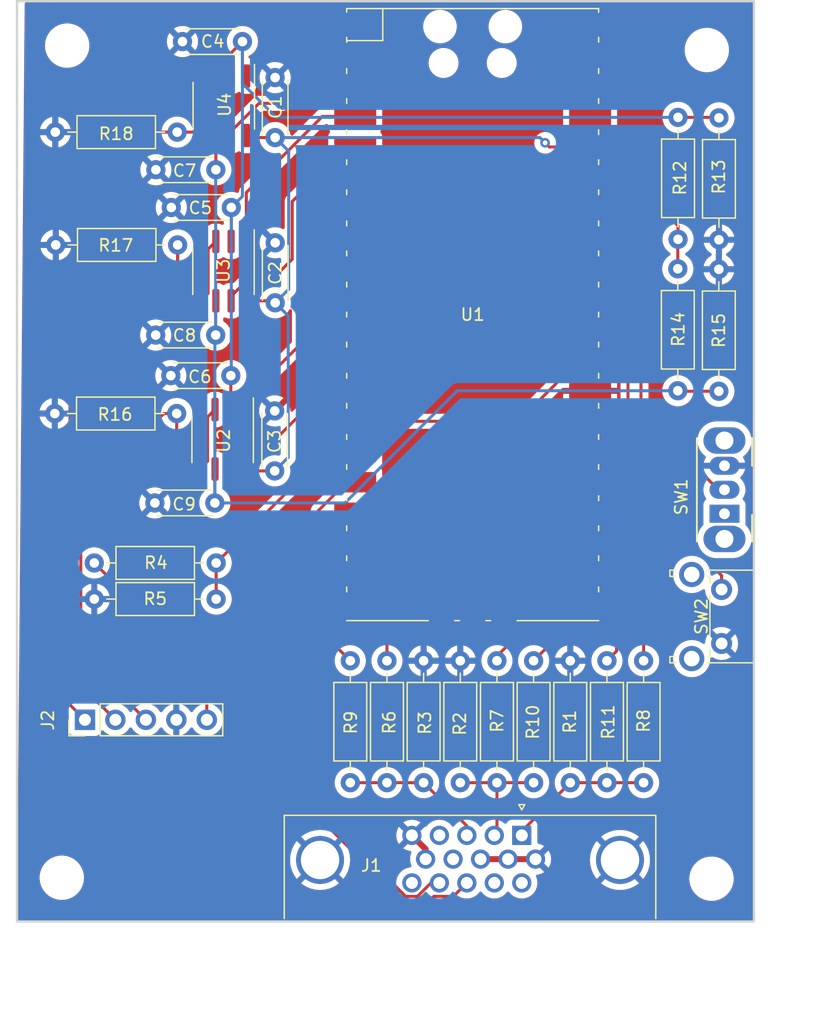
<source format=kicad_pcb>
(kicad_pcb (version 20221018) (generator pcbnew)
  (layers (0 "F.Cu" signal) (31 "B.Cu" signal) (34 "B.Paste" user) (35 "F.Paste" user) (36 "B.SilkS" user "B.Silkscreen") (37 "F.SilkS" user "F.Silkscreen") (38 "B.Mask" user) (39 "F.Mask" user) (44 "Edge.Cuts" user))
  (net 0 "")
  (net 1 "+3.3V")
  (net 2 "GND")
  (net 3 "200mV")
  (net 4 "430mV")
  (net 5 "/Connectors/VGA_R")
  (net 6 "/Connectors/VGA_G")
  (net 7 "/Connectors/VGA_B")
  (net 12 "/Connectors/VGA_HSYNC")
  (net 13 "/Connectors/VGA_VSYNC")
  (net 15 "/Comparators/CPC_R")
  (net 16 "/Comparators/CPC_G")
  (net 17 "/Comparators/CPC_B")
  (net 18 "/Connectors/CPC_CSYNC")
  (net 19 "CSYNC")
  (net 21 "Net-(SW1-B)")
  (net 22 "Net-(SW2-A)")
  (net 23 "/Comparators/B0")
  (net 24 "/Comparators/B1")
  (net 25 "/Comparators/G0")
  (net 26 "/Comparators/G1")
  (net 27 "/Comparators/R0")
  (net 28 "/Comparators/R1")
  (net 29 "INT_VSYNC")
  (net 39 "Net-(U1-GPIO15)")
  (net 40 "Net-(U1-GPIO17)")
  (net 41 "Net-(U1-GPIO19)")
  (net 42 "Net-(U1-GPIO14)")
  (net 43 "Net-(U1-GPIO16)")
  (net 44 "Net-(U1-GPIO18)")
  (footprint "Resistor_THT:R_Axial_DIN0207_L6.3mm_D2.5mm_P10.16mm_Horizontal" (layer "F.Cu") (at 110.345 106.44 -90)
    (fp_text reference "R7" (at 5.01 -0.015 90) (layer "F.SilkS"))
    (fp_text value "220")
    (pad "1" thru_hole circle (at 0 0 270) (size 1.6 1.6) (drill 0.8) (layers "*.Cu" "*.Mask") (net 40 "Net-(U1-GPIO17)"))
    (pad "2" thru_hole oval (at 10.16 0 270) (size 1.6 1.6) (drill 0.8) (layers "*.Cu" "*.Mask") (net 6 "/Connectors/VGA_G"))
  )
  (footprint "Resistor_THT:R_Axial_DIN0207_L6.3mm_D2.5mm_P10.16mm_Horizontal" (layer "F.Cu") (at 122.57 106.44 -90)
    (fp_text reference "R8" (at 5.01 0 90) (layer "F.SilkS"))
    (fp_text value "220")
    (pad "1" thru_hole circle (at 0 0 270) (size 1.6 1.6) (drill 0.8) (layers "*.Cu" "*.Mask") (net 41 "Net-(U1-GPIO19)"))
    (pad "2" thru_hole oval (at 10.16 0 270) (size 1.6 1.6) (drill 0.8) (layers "*.Cu" "*.Mask") (net 5 "/Connectors/VGA_R"))
  )
  (footprint "Capacitor_THT:C_Disc_D4.3mm_W1.9mm_P5.00mm" (layer "F.Cu") (at 86.83 93.29 180)
    (fp_text reference "C9" (at 2.56 -0.11 180) (layer "F.SilkS"))
    (fp_text value "0.1u")
    (pad "1" thru_hole circle (at 0 0 180) (size 1.6 1.6) (drill 0.8) (layers "*.Cu" "*.Mask") (net 4 "430mV"))
    (pad "2" thru_hole circle (at 5 0 180) (size 1.6 1.6) (drill 0.8) (layers "*.Cu" "*.Mask") (net 2 "GND"))
  )
  (footprint "Capacitor_THT:C_Disc_D4.3mm_W1.9mm_P5.00mm" (layer "F.Cu") (at 88.2 68.67 180)
    (fp_text reference "C5" (at 2.58 -0.04 180) (layer "F.SilkS"))
    (fp_text value "0.1u")
    (pad "1" thru_hole circle (at 0 0 180) (size 1.6 1.6) (drill 0.8) (layers "*.Cu" "*.Mask") (net 3 "200mV"))
    (pad "2" thru_hole circle (at 5 0 180) (size 1.6 1.6) (drill 0.8) (layers "*.Cu" "*.Mask") (net 2 "GND"))
  )
  (footprint "Resistor_THT:R_Axial_DIN0207_L6.3mm_D2.5mm_P10.16mm_Horizontal" (layer "F.Cu") (at 83.69 62.39 180)
    (fp_text reference "R18" (at 5.08 -0.14) (layer "F.SilkS"))
    (fp_text value "75")
    (pad "1" thru_hole circle (at 0 0 180) (size 1.6 1.6) (drill 0.8) (layers "*.Cu" "*.Mask") (net 17 "/Comparators/CPC_B"))
    (pad "2" thru_hole oval (at 10.16 0 180) (size 1.6 1.6) (drill 0.8) (layers "*.Cu" "*.Mask") (net 2 "GND"))
  )
  (footprint "Resistor_THT:R_Axial_DIN0207_L6.3mm_D2.5mm_P10.16mm_Horizontal" (layer "F.Cu") (at 107.28875 116.6 90)
    (fp_text reference "R2" (at 4.9 -0.03875 90) (layer "F.SilkS"))
    (fp_text value "47")
    (pad "1" thru_hole circle (at 0 0 90) (size 1.6 1.6) (drill 0.8) (layers "*.Cu" "*.Mask") (net 6 "/Connectors/VGA_G"))
    (pad "2" thru_hole oval (at 10.16 0 90) (size 1.6 1.6) (drill 0.8) (layers "*.Cu" "*.Mask") (net 2 "GND"))
  )
  (footprint "Capacitor_THT:C_Disc_D4.3mm_W1.9mm_P5.00mm" (layer "F.Cu") (at 86.9 79.3 180)
    (fp_text reference "C8" (at 2.6 -0.03 180) (layer "F.SilkS"))
    (fp_text value "0.1u")
    (pad "1" thru_hole circle (at 0 0 180) (size 1.6 1.6) (drill 0.8) (layers "*.Cu" "*.Mask") (net 4 "430mV"))
    (pad "2" thru_hole circle (at 5 0 180) (size 1.6 1.6) (drill 0.8) (layers "*.Cu" "*.Mask") (net 2 "GND"))
  )
  (footprint "MountingHole:MountingHole_3.2mm_M3" (layer "F.Cu") (at 74.07 124.52)
    (fp_text reference "H1" hide)
    (fp_text value "MountingHole")
    (pad "" np_thru_hole circle (at 0 0) (size 3.2 3.2) (drill 3.2) (layers "*.Cu" "*.Mask"))
  )
  (footprint "MountingHole:MountingHole_3.2mm_M3" (layer "F.Cu") (at 127.84 55.55)
    (fp_text reference "H2" hide)
    (fp_text value "MountingHole")
    (pad "" np_thru_hole circle (at 0 0) (size 3.2 3.2) (drill 3.2) (layers "*.Cu" "*.Mask"))
  )
  (footprint "Resistor_THT:R_Axial_DIN0207_L6.3mm_D2.5mm_P10.16mm_Horizontal" (layer "F.Cu") (at 113.40125 106.44 -90)
    (fp_text reference "R10" (at 5.11 0.06125 90) (layer "F.SilkS"))
    (fp_text value "220")
    (pad "1" thru_hole circle (at 0 0 270) (size 1.6 1.6) (drill 0.8) (layers "*.Cu" "*.Mask") (net 43 "Net-(U1-GPIO16)"))
    (pad "2" thru_hole oval (at 10.16 0 270) (size 1.6 1.6) (drill 0.8) (layers "*.Cu" "*.Mask") (net 6 "/Connectors/VGA_G"))
  )
  (footprint "Resistor_THT:R_Axial_DIN0207_L6.3mm_D2.5mm_P10.16mm_Horizontal" (layer "F.Cu") (at 128.85 61.2 -90)
    (fp_text reference "R13" (at 4.92 0.01 90) (layer "F.SilkS"))
    (fp_text value "68")
    (pad "1" thru_hole circle (at 0 0 270) (size 1.6 1.6) (drill 0.8) (layers "*.Cu" "*.Mask") (net 3 "200mV"))
    (pad "2" thru_hole oval (at 10.16 0 270) (size 1.6 1.6) (drill 0.8) (layers "*.Cu" "*.Mask") (net 2 "GND"))
  )
  (footprint "Package_SO:SOIC-8_3.9x4.9mm_P1.27mm" (layer "F.Cu") (at 87.55 73.97 -90)
    (fp_text reference "U3" (at -0.03 0 90) (layer "F.SilkS"))
    (fp_text value "~")
    (pad "1" smd roundrect (at -2.475 -1.905 270) (size 1.95 0.6) (layers "F.Cu" "F.Paste" "F.Mask") (net 25 "/Comparators/G0"))
    (pad "2" smd roundrect (at -2.475 -0.635 270) (size 1.95 0.6) (layers "F.Cu" "F.Paste" "F.Mask") (net 3 "200mV"))
    (pad "3" smd roundrect (at -2.475 0.635 270) (size 1.95 0.6) (layers "F.Cu" "F.Paste" "F.Mask") (net 16 "/Comparators/CPC_G"))
    (pad "4" smd roundrect (at -2.475 1.905 270) (size 1.95 0.6) (layers "F.Cu" "F.Paste" "F.Mask") (net 2 "GND"))
    (pad "5" smd roundrect (at 2.475 1.905 270) (size 1.95 0.6) (layers "F.Cu" "F.Paste" "F.Mask") (net 16 "/Comparators/CPC_G"))
    (pad "6" smd roundrect (at 2.475 0.635 270) (size 1.95 0.6) (layers "F.Cu" "F.Paste" "F.Mask") (net 4 "430mV"))
    (pad "7" smd roundrect (at 2.475 -0.635 270) (size 1.95 0.6) (layers "F.Cu" "F.Paste" "F.Mask") (net 26 "/Comparators/G1"))
    (pad "8" smd roundrect (at 2.475 -1.905 270) (size 1.95 0.6) (layers "F.Cu" "F.Paste" "F.Mask") (net 1 "+3.3V"))
  )
  (footprint "Capacitor_THT:C_Disc_D4.3mm_W1.9mm_P5.00mm" (layer "F.Cu") (at 88.16 82.68 180)
    (fp_text reference "C6" (at 2.58 -0.1 180) (layer "F.SilkS"))
    (fp_text value "0.1u")
    (pad "1" thru_hole circle (at 0 0 180) (size 1.6 1.6) (drill 0.8) (layers "*.Cu" "*.Mask") (net 3 "200mV"))
    (pad "2" thru_hole circle (at 5 0 180) (size 1.6 1.6) (drill 0.8) (layers "*.Cu" "*.Mask") (net 2 "GND"))
  )
  (footprint "MountingHole:MountingHole_3.2mm_M3" (layer "F.Cu") (at 128.23 124.6)
    (fp_text reference "H4" hide)
    (fp_text value "MountingHole")
    (pad "" np_thru_hole circle (at 0 0) (size 3.2 3.2) (drill 3.2) (layers "*.Cu" "*.Mask"))
  )
  (footprint "Connector_PinHeader_2.54mm:PinHeader_1x05_P2.54mm_Vertical" (layer "F.Cu") (at 76 111.36 90)
    (fp_text reference "J2" (at -0.03 -3.09 90) (layer "F.SilkS"))
    (fp_text value "CPC video port")
    (pad "1" thru_hole rect (at 0 0 90) (size 1.7 1.7) (drill 1) (layers "*.Cu" "*.Mask") (net 17 "/Comparators/CPC_B"))
    (pad "2" thru_hole oval (at 0 2.54 90) (size 1.7 1.7) (drill 1) (layers "*.Cu" "*.Mask") (net 16 "/Comparators/CPC_G"))
    (pad "3" thru_hole oval (at 0 5.08 90) (size 1.7 1.7) (drill 1) (layers "*.Cu" "*.Mask") (net 15 "/Comparators/CPC_R"))
    (pad "4" thru_hole oval (at 0 7.62 90) (size 1.7 1.7) (drill 1) (layers "*.Cu" "*.Mask") (net 2 "GND"))
    (pad "5" thru_hole oval (at 0 10.16 90) (size 1.7 1.7) (drill 1) (layers "*.Cu" "*.Mask") (net 18 "/Connectors/CPC_CSYNC"))
  )
  (footprint "Resistor_THT:R_Axial_DIN0207_L6.3mm_D2.5mm_P10.16mm_Horizontal" (layer "F.Cu") (at 98.12 106.44 -90)
    (fp_text reference "R9" (at 5.15 -0.04 90) (layer "F.SilkS"))
    (fp_text value "220")
    (pad "1" thru_hole circle (at 0 0 270) (size 1.6 1.6) (drill 0.8) (layers "*.Cu" "*.Mask") (net 42 "Net-(U1-GPIO14)"))
    (pad "2" thru_hole oval (at 10.16 0 270) (size 1.6 1.6) (drill 0.8) (layers "*.Cu" "*.Mask") (net 7 "/Connectors/VGA_B"))
  )
  (footprint "Package_SO:SOIC-8_3.9x4.9mm_P1.27mm" (layer "F.Cu") (at 87.48 87.98 -90)
    (fp_text reference "U2" (at 0.12 -0.09 90) (layer "F.SilkS"))
    (fp_text value "~")
    (pad "1" smd roundrect (at -2.475 -1.905 270) (size 1.95 0.6) (layers "F.Cu" "F.Paste" "F.Mask") (net 27 "/Comparators/R0"))
    (pad "2" smd roundrect (at -2.475 -0.635 270) (size 1.95 0.6) (layers "F.Cu" "F.Paste" "F.Mask") (net 3 "200mV"))
    (pad "3" smd roundrect (at -2.475 0.635 270) (size 1.95 0.6) (layers "F.Cu" "F.Paste" "F.Mask") (net 15 "/Comparators/CPC_R"))
    (pad "4" smd roundrect (at -2.475 1.905 270) (size 1.95 0.6) (layers "F.Cu" "F.Paste" "F.Mask") (net 2 "GND"))
    (pad "5" smd roundrect (at 2.475 1.905 270) (size 1.95 0.6) (layers "F.Cu" "F.Paste" "F.Mask") (net 15 "/Comparators/CPC_R"))
    (pad "6" smd roundrect (at 2.475 0.635 270) (size 1.95 0.6) (layers "F.Cu" "F.Paste" "F.Mask") (net 4 "430mV"))
    (pad "7" smd roundrect (at 2.475 -0.635 270) (size 1.95 0.6) (layers "F.Cu" "F.Paste" "F.Mask") (net 28 "/Comparators/R1"))
    (pad "8" smd roundrect (at 2.475 -1.905 270) (size 1.95 0.6) (layers "F.Cu" "F.Paste" "F.Mask") (net 1 "+3.3V"))
  )
  (footprint "Resistor_THT:R_Axial_DIN0207_L6.3mm_D2.5mm_P10.16mm_Horizontal" (layer "F.Cu") (at 83.65 85.84 180)
    (fp_text reference "R16" (at 5.14 -0.08) (layer "F.SilkS"))
    (fp_text value "75")
    (pad "1" thru_hole circle (at 0 0 180) (size 1.6 1.6) (drill 0.8) (layers "*.Cu" "*.Mask") (net 15 "/Comparators/CPC_R"))
    (pad "2" thru_hole oval (at 10.16 0 180) (size 1.6 1.6) (drill 0.8) (layers "*.Cu" "*.Mask") (net 2 "GND"))
  )
  (footprint "Resistor_THT:R_Axial_DIN0207_L6.3mm_D2.5mm_P10.16mm_Horizontal" (layer "F.Cu") (at 101.17625 106.44 -90)
    (fp_text reference "R6" (at 5.14 -0.19375 90) (layer "F.SilkS"))
    (fp_text value "220")
    (pad "1" thru_hole circle (at 0 0 270) (size 1.6 1.6) (drill 0.8) (layers "*.Cu" "*.Mask") (net 39 "Net-(U1-GPIO15)"))
    (pad "2" thru_hole oval (at 10.16 0 270) (size 1.6 1.6) (drill 0.8) (layers "*.Cu" "*.Mask") (net 7 "/Connectors/VGA_B"))
  )
  (footprint "Resistor_THT:R_Axial_DIN0207_L6.3mm_D2.5mm_P10.16mm_Horizontal" (layer "F.Cu") (at 128.84 83.98 90)
    (fp_text reference "R15" (at 5.06 0 90) (layer "F.SilkS"))
    (fp_text value "15")
    (pad "1" thru_hole circle (at 0 0 90) (size 1.6 1.6) (drill 0.8) (layers "*.Cu" "*.Mask") (net 4 "430mV"))
    (pad "2" thru_hole oval (at 10.16 0 90) (size 1.6 1.6) (drill 0.8) (layers "*.Cu" "*.Mask") (net 2 "GND"))
  )
  (footprint "Button_Switch_THT:SW_Tactile_SPST_Angled_PTS645Vx31-2LFS" (layer "F.Cu") (at 129.07 100.5 -90)
    (fp_text reference "SW2" (at 2.25 1.68 90) (layer "F.SilkS"))
    (fp_text value "reset")
    (pad "" thru_hole circle (at -1.25 2.49 270) (size 2.1 2.1) (drill 1.3) (layers "*.Cu" "*.Mask"))
    (pad "" thru_hole circle (at 5.76 2.49 270) (size 2.1 2.1) (drill 1.3) (layers "*.Cu" "*.Mask"))
    (pad "1" thru_hole circle (at 0 0 270) (size 1.75 1.75) (drill 0.99) (layers "*.Cu" "*.Mask") (net 22 "Net-(SW2-A)"))
    (pad "2" thru_hole circle (at 4.5 0 270) (size 1.75 1.75) (drill 0.99) (layers "*.Cu" "*.Mask") (net 2 "GND"))
  )
  (footprint "Capacitor_THT:C_Disc_D4.3mm_W1.9mm_P5.00mm" (layer "F.Cu") (at 91.86 76.61 90)
    (fp_text reference "C2" (at 2.48 0.01 90) (layer "F.SilkS"))
    (fp_text value "0.1u")
    (pad "1" thru_hole circle (at 0 0 90) (size 1.6 1.6) (drill 0.8) (layers "*.Cu" "*.Mask") (net 1 "+3.3V"))
    (pad "2" thru_hole circle (at 5 0 90) (size 1.6 1.6) (drill 0.8) (layers "*.Cu" "*.Mask") (net 2 "GND"))
  )
  (footprint "Resistor_THT:R_Axial_DIN0207_L6.3mm_D2.5mm_P10.16mm_Horizontal" (layer "F.Cu") (at 119.51375 106.44 -90)
    (fp_text reference "R11" (at 5.11 -0.10625 90) (layer "F.SilkS"))
    (fp_text value "220")
    (pad "1" thru_hole circle (at 0 0 270) (size 1.6 1.6) (drill 0.8) (layers "*.Cu" "*.Mask") (net 44 "Net-(U1-GPIO18)"))
    (pad "2" thru_hole oval (at 10.16 0 270) (size 1.6 1.6) (drill 0.8) (layers "*.Cu" "*.Mask") (net 5 "/Connectors/VGA_R"))
  )
  (footprint "Capacitor_THT:C_Disc_D4.3mm_W1.9mm_P5.00mm" (layer "F.Cu") (at 89.13 54.845 180)
    (fp_text reference "C4" (at 2.48 0.005 180) (layer "F.SilkS"))
    (fp_text value "0.1u")
    (pad "1" thru_hole circle (at 0 0 180) (size 1.6 1.6) (drill 0.8) (layers "*.Cu" "*.Mask") (net 3 "200mV"))
    (pad "2" thru_hole circle (at 5 0 180) (size 1.6 1.6) (drill 0.8) (layers "*.Cu" "*.Mask") (net 2 "GND"))
  )
  (footprint "Resistor_THT:R_Axial_DIN0207_L6.3mm_D2.5mm_P10.16mm_Horizontal" (layer "F.Cu") (at 116.4575 116.6 90)
    (fp_text reference "R1" (at 5.08 -0.0375 90) (layer "F.SilkS"))
    (fp_text value "47")
    (pad "1" thru_hole circle (at 0 0 90) (size 1.6 1.6) (drill 0.8) (layers "*.Cu" "*.Mask") (net 5 "/Connectors/VGA_R"))
    (pad "2" thru_hole oval (at 10.16 0 90) (size 1.6 1.6) (drill 0.8) (layers "*.Cu" "*.Mask") (net 2 "GND"))
  )
  (footprint "pico:RPi_Pico_SMD_TH" (layer "F.Cu") (at 108.32 77.595662)
    (fp_text reference "U1" (at 0 0) (layer "F.SilkS"))
    (fp_text value "Pico")
    (pad "" np_thru_hole oval (at -2.725 -24) (size 1.8 1.8) (drill 1.8) (layers "*.Cu" "*.Mask"))
    (pad "" np_thru_hole oval (at -2.425 -20.97) (size 1.5 1.5) (drill 1.5) (layers "*.Cu" "*.Mask"))
    (pad "" np_thru_hole oval (at 2.425 -20.97) (size 1.5 1.5) (drill 1.5) (layers "*.Cu" "*.Mask"))
    (pad "" np_thru_hole oval (at 2.725 -24) (size 1.8 1.8) (drill 1.8) (layers "*.Cu" "*.Mask"))
    (pad "1" smd rect (at -8.89 -24.13) (size 3.5 1.7) (drill (offset -0.9 0)) (layers "F.Cu" "F.Mask") (net 23 "/Comparators/B0"))
    (pad "2" smd rect (at -8.89 -21.59) (size 3.5 1.7) (drill (offset -0.9 0)) (layers "F.Cu" "F.Mask") (net 24 "/Comparators/B1"))
    (pad "3" smd rect (at -8.89 -19.05) (size 3.5 1.7) (drill (offset -0.9 0)) (layers "F.Cu" "F.Mask") (net 2 "GND"))
    (pad "4" smd rect (at -8.89 -16.51) (size 3.5 1.7) (drill (offset -0.9 0)) (layers "F.Cu" "F.Mask") (net 25 "/Comparators/G0"))
    (pad "5" smd rect (at -8.89 -13.97) (size 3.5 1.7) (drill (offset -0.9 0)) (layers "F.Cu" "F.Mask") (net 26 "/Comparators/G1"))
    (pad "6" smd rect (at -8.89 -11.43) (size 3.5 1.7) (drill (offset -0.9 0)) (layers "F.Cu" "F.Mask") (net 27 "/Comparators/R0"))
    (pad "7" smd rect (at -8.89 -8.89) (size 3.5 1.7) (drill (offset -0.9 0)) (layers "F.Cu" "F.Mask") (net 28 "/Comparators/R1"))
    (pad "8" smd rect (at -8.89 -6.35) (size 3.5 1.7) (drill (offset -0.9 0)) (layers "F.Cu" "F.Mask") (net 2 "GND"))
    (pad "9" smd rect (at -8.89 -3.81) (size 3.5 1.7) (drill (offset -0.9 0)) (layers "F.Cu" "F.Mask") (net 19 "CSYNC"))
    (pad "10" smd rect (at -8.89 -1.27) (size 3.5 1.7) (drill (offset -0.9 0)) (layers "F.Cu" "F.Mask") (net 29 "INT_VSYNC"))
    (pad "11" smd rect (at -8.89 1.27) (size 3.5 1.7) (drill (offset -0.9 0)) (layers "F.Cu" "F.Mask"))
    (pad "12" smd rect (at -8.89 3.81) (size 3.5 1.7) (drill (offset -0.9 0)) (layers "F.Cu" "F.Mask"))
    (pad "13" smd rect (at -8.89 6.35) (size 3.5 1.7) (drill (offset -0.9 0)) (layers "F.Cu" "F.Mask") (net 2 "GND"))
    (pad "14" smd rect (at -8.89 8.89) (size 3.5 1.7) (drill (offset -0.9 0)) (layers "F.Cu" "F.Mask") (net 29 "INT_VSYNC"))
    (pad "15" smd rect (at -8.89 11.43) (size 3.5 1.7) (drill (offset -0.9 0)) (layers "F.Cu" "F.Mask") (net 19 "CSYNC"))
    (pad "16" smd rect (at -8.89 13.97) (size 3.5 1.7) (drill (offset -0.9 0)) (layers "F.Cu" "F.Mask") (net 12 "/Connectors/VGA_HSYNC"))
    (pad "17" smd rect (at -8.89 16.51) (size 3.5 1.7) (drill (offset -0.9 0)) (layers "F.Cu" "F.Mask") (net 13 "/Connectors/VGA_VSYNC"))
    (pad "18" smd rect (at -8.89 19.05) (size 3.5 1.7) (drill (offset -0.9 0)) (layers "F.Cu" "F.Mask") (net 2 "GND"))
    (pad "19" smd rect (at -8.89 21.59) (size 3.5 1.7) (drill (offset -0.9 0)) (layers "F.Cu" "F.Mask") (net 42 "Net-(U1-GPIO14)"))
    (pad "20" smd rect (at -8.89 24.13) (size 3.5 1.7) (drill (offset -0.9 0)) (layers "F.Cu" "F.Mask") (net 39 "Net-(U1-GPIO15)"))
    (pad "21" smd rect (at 8.89 24.13) (size 3.5 1.7) (drill (offset 0.9 0)) (layers "F.Cu" "F.Mask") (net 43 "Net-(U1-GPIO16)"))
    (pad "22" smd rect (at 8.89 21.59) (size 3.5 1.7) (drill (offset 0.9 0)) (layers "F.Cu" "F.Mask") (net 40 "Net-(U1-GPIO17)"))
    (pad "23" smd rect (at 8.89 19.05) (size 3.5 1.7) (drill (offset 0.9 0)) (layers "F.Cu" "F.Mask") (net 2 "GND"))
    (pad "24" smd rect (at 8.89 16.51) (size 3.5 1.7) (drill (offset 0.9 0)) (layers "F.Cu" "F.Mask") (net 44 "Net-(U1-GPIO18)"))
    (pad "25" smd rect (at 8.89 13.97) (size 3.5 1.7) (drill (offset 0.9 0)) (layers "F.Cu" "F.Mask") (net 41 "Net-(U1-GPIO19)"))
    (pad "26" smd rect (at 8.89 11.43) (size 3.5 1.7) (drill (offset 0.9 0)) (layers "F.Cu" "F.Mask"))
    (pad "27" smd rect (at 8.89 8.89) (size 3.5 1.7) (drill (offset 0.9 0)) (layers "F.Cu" "F.Mask"))
    (pad "28" smd rect (at 8.89 6.35) (size 3.5 1.7) (drill (offset 0.9 0)) (layers "F.Cu" "F.Mask") (net 2 "GND"))
    (pad "29" smd rect (at 8.89 3.81) (size 3.5 1.7) (drill (offset 0.9 0)) (layers "F.Cu" "F.Mask") (net 29 "INT_VSYNC"))
    (pad "30" smd rect (at 8.89 1.27) (size 3.5 1.7) (drill (offset 0.9 0)) (layers "F.Cu" "F.Mask") (net 22 "Net-(SW2-A)"))
    (pad "31" smd rect (at 8.89 -1.27) (size 3.5 1.7) (drill (offset 0.9 0)) (layers "F.Cu" "F.Mask") (net 21 "Net-(SW1-B)"))
    (pad "32" smd rect (at 8.89 -3.81) (size 3.5 1.7) (drill (offset 0.9 0)) (layers "F.Cu" "F.Mask"))
    (pad "33" smd rect (at 8.89 -6.35) (size 3.5 1.7) (drill (offset 0.9 0)) (layers "F.Cu" "F.Mask"))
    (pad "34" smd rect (at 8.89 -8.89) (size 3.5 1.7) (drill (offset 0.9 0)) (layers "F.Cu" "F.Mask"))
    (pad "35" smd rect (at 8.89 -11.43) (size 3.5 1.7) (drill (offset 0.9 0)) (layers "F.Cu" "F.Mask"))
    (pad "36" smd rect (at 8.89 -13.97) (size 3.5 1.7) (drill (offset 0.9 0)) (layers "F.Cu" "F.Mask") (net 1 "+3.3V"))
    (pad "37" smd rect (at 8.89 -16.51) (size 3.5 1.7) (drill (offset 0.9 0)) (layers "F.Cu" "F.Mask"))
    (pad "38" smd rect (at 8.89 -19.05) (size 3.5 1.7) (drill (offset 0.9 0)) (layers "F.Cu" "F.Mask") (net 2 "GND"))
    (pad "39" smd rect (at 8.89 -21.59) (size 3.5 1.7) (drill (offset 0.9 0)) (layers "F.Cu" "F.Mask"))
    (pad "40" smd rect (at 8.89 -24.13) (size 3.5 1.7) (drill (offset 0.9 0)) (layers "F.Cu" "F.Mask"))
    (pad "41" smd rect (at -2.54 23.9 90) (size 3.5 1.7) (drill (offset -0.9 0)) (layers "F.Cu" "F.Mask"))
    (pad "42" smd rect (at 0 23.9 90) (size 3.5 1.7) (drill (offset -0.9 0)) (layers "F.Cu" "F.Mask") (net 2 "GND"))
    (pad "43" smd rect (at 2.54 23.9 90) (size 3.5 1.7) (drill (offset -0.9 0)) (layers "F.Cu" "F.Mask"))
  )
  (footprint "Resistor_THT:R_Axial_DIN0207_L6.3mm_D2.5mm_P10.16mm_Horizontal" (layer "F.Cu") (at 125.42 73.78 -90)
    (fp_text reference "R14" (at 5.05 -0.04 90) (layer "F.SilkS"))
    (fp_text value "100")
    (pad "1" thru_hole circle (at 0 0 270) (size 1.6 1.6) (drill 0.8) (layers "*.Cu" "*.Mask") (net 1 "+3.3V"))
    (pad "2" thru_hole oval (at 10.16 0 270) (size 1.6 1.6) (drill 0.8) (layers "*.Cu" "*.Mask") (net 4 "430mV"))
  )
  (footprint "Resistor_THT:R_Axial_DIN0207_L6.3mm_D2.5mm_P10.16mm_Horizontal" (layer "F.Cu") (at 104.2325 116.6 90)
    (fp_text reference "R3" (at 4.98 0.1075 90) (layer "F.SilkS"))
    (fp_text value "47")
    (pad "1" thru_hole circle (at 0 0 90) (size 1.6 1.6) (drill 0.8) (layers "*.Cu" "*.Mask") (net 7 "/Connectors/VGA_B"))
    (pad "2" thru_hole oval (at 10.16 0 90) (size 1.6 1.6) (drill 0.8) (layers "*.Cu" "*.Mask") (net 2 "GND"))
  )
  (footprint "Button_Switch_THT:SW_CuK_OS102011MA1QN1_SPDT_Angled" (layer "F.Cu") (at 129.31 94.19 90)
    (fp_text reference "SW1" (at 1.4 -3.6 90) (layer "F.SilkS"))
    (fp_text value "VFreq sw")
    (pad "" thru_hole oval (at -2.1 0 90) (size 2.2 3.5) (drill 1.5) (layers "*.Cu" "*.Mask"))
    (pad "" thru_hole oval (at 6.1 0 90) (size 2.2 3.5) (drill 1.5) (layers "*.Cu" "*.Mask"))
    (pad "1" thru_hole rect (at 0 0 90) (size 1.5 2.5) (drill 0.9) (layers "*.Cu" "*.Mask"))
    (pad "2" thru_hole oval (at 2 0 90) (size 1.5 2.5) (drill 0.9) (layers "*.Cu" "*.Mask") (net 21 "Net-(SW1-B)"))
    (pad "3" thru_hole oval (at 4 0 90) (size 1.5 2.5) (drill 0.9) (layers "*.Cu" "*.Mask") (net 2 "GND"))
  )
  (footprint "Resistor_THT:R_Axial_DIN0207_L6.3mm_D2.5mm_P10.16mm_Horizontal" (layer "F.Cu") (at 83.73 71.79 180)
    (fp_text reference "R17" (at 5.16 -0.04) (layer "F.SilkS"))
    (fp_text value "75")
    (pad "1" thru_hole circle (at 0 0 180) (size 1.6 1.6) (drill 0.8) (layers "*.Cu" "*.Mask") (net 16 "/Comparators/CPC_G"))
    (pad "2" thru_hole oval (at 10.16 0 180) (size 1.6 1.6) (drill 0.8) (layers "*.Cu" "*.Mask") (net 2 "GND"))
  )
  (footprint "Package_SO:SOIC-8_3.9x4.9mm_P1.27mm" (layer "F.Cu") (at 87.575 60.195 -90)
    (fp_text reference "U4" (at -0.085 -0.075 90) (layer "F.SilkS"))
    (fp_text value "~")
    (pad "1" smd roundrect (at -2.475 -1.905 270) (size 1.95 0.6) (layers "F.Cu" "F.Paste" "F.Mask") (net 23 "/Comparators/B0"))
    (pad "2" smd roundrect (at -2.475 -0.635 270) (size 1.95 0.6) (layers "F.Cu" "F.Paste" "F.Mask") (net 3 "200mV"))
    (pad "3" smd roundrect (at -2.475 0.635 270) (size 1.95 0.6) (layers "F.Cu" "F.Paste" "F.Mask") (net 17 "/Comparators/CPC_B"))
    (pad "4" smd roundrect (at -2.475 1.905 270) (size 1.95 0.6) (layers "F.Cu" "F.Paste" "F.Mask") (net 2 "GND"))
    (pad "5" smd roundrect (at 2.475 1.905 270) (size 1.95 0.6) (layers "F.Cu" "F.Paste" "F.Mask") (net 17 "/Comparators/CPC_B"))
    (pad "6" smd roundrect (at 2.475 0.635 270) (size 1.95 0.6) (layers "F.Cu" "F.Paste" "F.Mask") (net 4 "430mV"))
    (pad "7" smd roundrect (at 2.475 -0.635 270) (size 1.95 0.6) (layers "F.Cu" "F.Paste" "F.Mask") (net 24 "/Comparators/B1"))
    (pad "8" smd roundrect (at 2.475 -1.905 270) (size 1.95 0.6) (layers "F.Cu" "F.Paste" "F.Mask") (net 1 "+3.3V"))
  )
  (footprint "Resistor_THT:R_Axial_DIN0207_L6.3mm_D2.5mm_P10.16mm_Horizontal" (layer "F.Cu") (at 125.44 71.32 90)
    (fp_text reference "R12" (at 5.11 0.16 90) (layer "F.SilkS"))
    (fp_text value "1k")
    (pad "1" thru_hole circle (at 0 0 90) (size 1.6 1.6) (drill 0.8) (layers "*.Cu" "*.Mask") (net 1 "+3.3V"))
    (pad "2" thru_hole oval (at 10.16 0 90) (size 1.6 1.6) (drill 0.8) (layers "*.Cu" "*.Mask") (net 3 "200mV"))
  )
  (footprint "MountingHole:MountingHole_3.2mm_M3" (layer "F.Cu") (at 74.52 55.18)
    (fp_text reference "H3" hide)
    (fp_text value "MountingHole")
    (pad "" np_thru_hole circle (at 0 0) (size 3.2 3.2) (drill 3.2) (layers "*.Cu" "*.Mask"))
  )
  (footprint "Capacitor_THT:C_Disc_D4.3mm_W1.9mm_P5.00mm" (layer "F.Cu") (at 91.855 62.845 90)
    (fp_text reference "C1" (at 2.525 0.025 90) (layer "F.SilkS"))
    (fp_text value "0.1u")
    (pad "1" thru_hole circle (at 0 0 90) (size 1.6 1.6) (drill 0.8) (layers "*.Cu" "*.Mask") (net 1 "+3.3V"))
    (pad "2" thru_hole circle (at 5 0 90) (size 1.6 1.6) (drill 0.8) (layers "*.Cu" "*.Mask") (net 2 "GND"))
  )
  (footprint "Capacitor_THT:C_Disc_D4.3mm_W1.9mm_P5.00mm" (layer "F.Cu") (at 86.915 65.525 180)
    (fp_text reference "C7" (at 2.605 -0.085 180) (layer "F.SilkS"))
    (fp_text value "0.1u")
    (pad "1" thru_hole circle (at 0 0 180) (size 1.6 1.6) (drill 0.8) (layers "*.Cu" "*.Mask") (net 4 "430mV"))
    (pad "2" thru_hole circle (at 5 0 180) (size 1.6 1.6) (drill 0.8) (layers "*.Cu" "*.Mask") (net 2 "GND"))
  )
  (footprint "Capacitor_THT:C_Disc_D4.3mm_W1.9mm_P5.00mm" (layer "F.Cu") (at 91.82 90.62 90)
    (fp_text reference "C3" (at 2.46 -0.02 90) (layer "F.SilkS"))
    (fp_text value "0.1u")
    (pad "1" thru_hole circle (at 0 0 90) (size 1.6 1.6) (drill 0.8) (layers "*.Cu" "*.Mask") (net 1 "+3.3V"))
    (pad "2" thru_hole circle (at 5 0 90) (size 1.6 1.6) (drill 0.8) (layers "*.Cu" "*.Mask") (net 2 "GND"))
  )
  (footprint "Connector_Dsub:DSUB-15-HD_Female_Horizontal_P2.29x1.98mm_EdgePinOffset3.03mm_Housed_MountingHolesOffset4.94mm" (layer "F.Cu") (at 112.415 120.99)
    (fp_text reference "J1" (at -12.545 2.51) (layer "F.SilkS"))
    (fp_text value "VGA socket")
    (pad "0" thru_hole circle (at -16.815 2.05) (size 4 4) (drill 3.2) (layers "*.Cu" "*.Mask") (net 2 "GND"))
    (pad "0" thru_hole circle (at 8.185 2.05) (size 4 4) (drill 3.2) (layers "*.Cu" "*.Mask") (net 2 "GND"))
    (pad "1" thru_hole rect (at 0 0) (size 1.6 1.6) (drill 1) (layers "*.Cu" "*.Mask") (net 5 "/Connectors/VGA_R"))
    (pad "2" thru_hole circle (at -2.29 0) (size 1.6 1.6) (drill 1) (layers "*.Cu" "*.Mask") (net 6 "/Connectors/VGA_G"))
    (pad "3" thru_hole circle (at -4.58 0) (size 1.6 1.6) (drill 1) (layers "*.Cu" "*.Mask") (net 7 "/Connectors/VGA_B"))
    (pad "4" thru_hole circle (at -6.87 0) (size 1.6 1.6) (drill 1) (layers "*.Cu" "*.Mask"))
    (pad "5" thru_hole circle (at -9.16 0) (size 1.6 1.6) (drill 1) (layers "*.Cu" "*.Mask") (net 2 "GND"))
    (pad "6" thru_hole circle (at 1.145 1.98) (size 1.6 1.6) (drill 1) (layers "*.Cu" "*.Mask") (net 2 "GND"))
    (pad "7" thru_hole circle (at -1.145 1.98) (size 1.6 1.6) (drill 1) (layers "*.Cu" "*.Mask") (net 2 "GND"))
    (pad "8" thru_hole circle (at -3.435 1.98) (size 1.6 1.6) (drill 1) (layers "*.Cu" "*.Mask") (net 2 "GND"))
    (pad "9" thru_hole circle (at -5.725 1.98) (size 1.6 1.6) (drill 1) (layers "*.Cu" "*.Mask"))
    (pad "10" thru_hole circle (at -8.015 1.98) (size 1.6 1.6) (drill 1) (layers "*.Cu" "*.Mask") (net 2 "GND"))
    (pad "11" thru_hole circle (at 0 3.96) (size 1.6 1.6) (drill 1) (layers "*.Cu" "*.Mask"))
    (pad "12" thru_hole circle (at -2.29 3.96) (size 1.6 1.6) (drill 1) (layers "*.Cu" "*.Mask"))
    (pad "13" thru_hole circle (at -4.58 3.96) (size 1.6 1.6) (drill 1) (layers "*.Cu" "*.Mask") (net 12 "/Connectors/VGA_HSYNC"))
    (pad "14" thru_hole circle (at -6.87 3.96) (size 1.6 1.6) (drill 1) (layers "*.Cu" "*.Mask") (net 13 "/Connectors/VGA_VSYNC"))
    (pad "15" thru_hole circle (at -9.16 3.96) (size 1.6 1.6) (drill 1) (layers "*.Cu" "*.Mask"))
  )
  (footprint "Resistor_THT:R_Axial_DIN0207_L6.3mm_D2.5mm_P10.16mm_Horizontal" (layer "F.Cu") (at 86.94 101.3 180)
    (fp_text reference "R5" (at 5.08 0.02) (layer "F.SilkS"))
    (fp_text value "1k")
    (pad "1" thru_hole circle (at 0 0 180) (size 1.6 1.6) (drill 0.8) (layers "*.Cu" "*.Mask") (net 19 "CSYNC"))
    (pad "2" thru_hole oval (at 10.16 0 180) (size 1.6 1.6) (drill 0.8) (layers "*.Cu" "*.Mask") (net 2 "GND"))
  )
  (footprint "Resistor_THT:R_Axial_DIN0207_L6.3mm_D2.5mm_P10.16mm_Horizontal" (layer "F.Cu") (at 76.78 98.29)
    (fp_text reference "R4" (at 5.14 -0.01) (layer "F.SilkS"))
    (fp_text value "100")
    (pad "1" thru_hole circle (at 0 0) (size 1.6 1.6) (drill 0.8) (layers "*.Cu" "*.Mask") (net 18 "/Connectors/CPC_CSYNC"))
    (pad "2" thru_hole oval (at 10.16 0) (size 1.6 1.6) (drill 0.8) (layers "*.Cu" "*.Mask") (net 19 "CSYNC"))
  )
  (gr_rect (start 70.34 51.48) (end 131.77 128.17) (stroke (width 0.2)) (fill none) (layer "Edge.Cuts"))
  (segment (start 114.705662 63.625662) (end 117.21 63.625662) (width 0.25) (layer "F.Cu") (net 1))
  (segment (start 89.55 90.62) (end 91.82 90.62) (width 0.25) (layer "F.Cu") (net 1))
  (segment (start 125.42 73.78) (end 125.42 71.34) (width 0.25) (layer "F.Cu") (net 1))
  (segment (start 89.455 76.445) (end 91.695 76.445) (width 0.25) (layer "F.Cu") (net 1))
  (segment (start 114.36 63.28) (end 114.705662 63.625662) (width 0.25) (layer "F.Cu") (net 1))
  (segment (start 91.855 62.845) (end 89.655 62.845) (width 0.25) (layer "F.Cu") (net 1))
  (segment (start 125.44 71.32) (end 125.44 70.18863) (width 0.25) (layer "F.Cu") (net 1))
  (segment (start 125.44 70.18863) (end 118.877032 63.625662) (width 0.25) (layer "F.Cu") (net 1))
  (via (at 114.36 63.28) (size 0.8) (drill 0.4) (layers "F.Cu" "B.Cu") (net 1))
  (segment (start 91.86 76.61) (end 92.945 77.695) (width 0.25) (layer "B.Cu") (net 1))
  (segment (start 92.985 75.485) (end 91.86 76.61) (width 0.25) (layer "B.Cu") (net 1))
  (segment (start 113.925 62.845) (end 114.36 63.28) (width 0.25) (layer "B.Cu") (net 1))
  (segment (start 91.855 62.845) (end 92.985 63.975) (width 0.25) (layer "B.Cu") (net 1))
  (segment (start 91.855 62.845) (end 113.925 62.845) (width 0.25) (layer "B.Cu") (net 1))
  (segment (start 92.945 77.695) (end 92.945 89.495) (width 0.25) (layer "B.Cu") (net 1))
  (segment (start 92.945 89.495) (end 91.82 90.62) (width 0.25) (layer "B.Cu") (net 1))
  (segment (start 92.985 63.975) (end 92.985 75.485) (width 0.25) (layer "B.Cu") (net 1))
  (segment (start 113.56 122.97) (end 108.98 122.97) (width 0.5) (layer "F.Cu") (net 2))
  (segment (start 104.4 122.135) (end 103.255 120.99) (width 0.5) (layer "F.Cu") (net 2))
  (segment (start 104.4 122.97) (end 104.4 122.135) (width 0.5) (layer "F.Cu") (net 2))
  (segment (start 88.21 57.72) (end 88.21 55.765) (width 0.25) (layer "F.Cu") (net 3))
  (segment (start 88.2 71.48) (end 88.2 68.67) (width 0.25) (layer "F.Cu") (net 3))
  (segment (start 88.21 55.765) (end 89.13 54.845) (width 0.25) (layer "F.Cu") (net 3))
  (segment (start 125.44 61.16) (end 128.81 61.16) (width 0.25) (layer "F.Cu") (net 3))
  (segment (start 88.16 85.46) (end 88.16 82.68) (width 0.25) (layer "F.Cu") (net 3))
  (segment (start 89.13 58.340991) (end 89.13 54.845) (width 0.25) (layer "B.Cu") (net 3))
  (segment (start 125.44 61.16) (end 91.949009 61.16) (width 0.25) (layer "B.Cu") (net 3))
  (segment (start 91.949009 61.16) (end 89.13 58.340991) (width 0.25) (layer "B.Cu") (net 3))
  (segment (start 89.13 54.845) (end 89.13 67.74) (width 0.25) (layer "B.Cu") (net 3))
  (segment (start 88.2 68.67) (end 88.2 82.64) (width 0.25) (layer "B.Cu") (net 3))
  (segment (start 89.13 67.74) (end 88.2 68.67) (width 0.25) (layer "B.Cu") (net 3))
  (segment (start 86.9 76.46) (end 86.9 79.3) (width 0.25) (layer "F.Cu") (net 4))
  (segment (start 86.915 62.695) (end 86.915 65.525) (width 0.25) (layer "F.Cu") (net 4))
  (segment (start 128.84 83.98) (end 125.46 83.98) (width 0.25) (layer "F.Cu") (net 4))
  (segment (start 86.83 90.47) (end 86.83 93.29) (width 0.25) (layer "F.Cu") (net 4))
  (segment (start 86.9 79.3) (end 86.9 65.54) (width 0.25) (layer "B.Cu") (net 4))
  (segment (start 86.83 93.29) (end 86.83 79.37) (width 0.25) (layer "B.Cu") (net 4))
  (segment (start 107.03 83.94) (end 97.68 93.29) (width 0.25) (layer "B.Cu") (net 4))
  (segment (start 97.68 93.29) (end 86.83 93.29) (width 0.25) (layer "B.Cu") (net 4))
  (segment (start 125.42 83.94) (end 107.03 83.94) (width 0.25) (layer "B.Cu") (net 4))
  (segment (start 122.57 116.6) (end 119.51375 116.6) (width 0.25) (layer "F.Cu") (net 5))
  (segment (start 112.415 120.6425) (end 116.4575 116.6) (width 0.25) (layer "F.Cu") (net 5))
  (segment (start 116.4575 116.6) (end 119.51375 116.6) (width 0.25) (layer "F.Cu") (net 5))
  (segment (start 110.345 116.6) (end 110.345 120.77) (width 0.25) (layer "F.Cu") (net 6))
  (segment (start 110.345 116.6) (end 107.28875 116.6) (width 0.25) (layer "F.Cu") (net 6))
  (segment (start 113.40125 116.6) (end 110.345 116.6) (width 0.25) (layer "F.Cu") (net 6))
  (segment (start 101.17625 116.6) (end 98.12 116.6) (width 0.25) (layer "F.Cu") (net 7))
  (segment (start 107.835 120.2025) (end 107.835 120.99) (width 0.25) (layer "F.Cu") (net 7))
  (segment (start 104.2325 116.6) (end 101.17625 116.6) (width 0.25) (layer "F.Cu") (net 7))
  (segment (start 104.2325 116.6) (end 107.835 120.2025) (width 0.25) (layer "F.Cu") (net 7))
  (segment (start 105.079009 126.075) (end 104.629009 126.525) (width 0.25) (layer "F.Cu") (net 12))
  (segment (start 104.629009 126.525) (end 102.525 126.525) (width 0.25) (layer "F.Cu") (net 12))
  (segment (start 102.525 126.525) (end 95.46 119.46) (width 0.25) (layer "F.Cu") (net 12))
  (segment (start 95.46 119.46) (end 95.46 93.925662) (width 0.25) (layer "F.Cu") (net 12))
  (segment (start 106.71 126.075) (end 105.079009 126.075) (width 0.25) (layer "F.Cu") (net 12))
  (segment (start 95.46 93.925662) (end 97.82 91.565662) (width 0.25) (layer "F.Cu") (net 12))
  (segment (start 107.835 124.95) (end 106.71 126.075) (width 0.25) (layer "F.Cu") (net 12))
  (segment (start 104.845991 124.95) (end 103.720991 126.075) (width 0.25) (layer "F.Cu") (net 13))
  (segment (start 103.720991 126.075) (end 102.735 126.075) (width 0.25) (layer "F.Cu") (net 13))
  (segment (start 95.93 95.995662) (end 97.82 94.105662) (width 0.25) (layer "F.Cu") (net 13))
  (segment (start 102.735 126.075) (end 95.93 119.27) (width 0.25) (layer "F.Cu") (net 13))
  (segment (start 95.93 119.27) (end 95.93 95.995662) (width 0.25) (layer "F.Cu") (net 13))
  (segment (start 105.545 124.95) (end 104.845991 124.95) (width 0.25) (layer "F.Cu") (net 13))
  (segment (start 82.58 85.84) (end 83.65 85.84) (width 0.25) (layer "F.Cu") (net 15))
  (segment (start 81.08 111.36) (end 75.655 105.935) (width 0.25) (layer "F.Cu") (net 15))
  (segment (start 75.655 105.935) (end 75.655 92.765) (width 0.25) (layer "F.Cu") (net 15))
  (segment (start 83.65 85.84) (end 83.65 88.53) (width 0.25) (layer "F.Cu") (net 15))
  (segment (start 85.575 90.455) (end 86.22 89.81) (width 0.25) (layer "F.Cu") (net 15))
  (segment (start 86.22 86.13) (end 86.845 85.505) (width 0.25) (layer "F.Cu") (net 15))
  (segment (start 75.655 92.765) (end 82.58 85.84) (width 0.25) (layer "F.Cu") (net 15))
  (segment (start 83.65 88.53) (end 85.575 90.455) (width 0.25) (layer "F.Cu") (net 15))
  (segment (start 86.22 89.81) (end 86.22 86.13) (width 0.25) (layer "F.Cu") (net 15))
  (segment (start 78.145 83.805) (end 78.145 80.165) (width 0.25) (layer "F.Cu") (net 16))
  (segment (start 86.27 75.82) (end 86.27 72.14) (width 0.25) (layer "F.Cu") (net 16))
  (segment (start 78.145 80.165) (end 83.73 74.58) (width 0.25) (layer "F.Cu") (net 16))
  (segment (start 83.73 71.79) (end 83.73 74.53) (width 0.25) (layer "F.Cu") (net 16))
  (segment (start 85.645 76.445) (end 86.27 75.82) (width 0.25) (layer "F.Cu") (net 16))
  (segment (start 83.73 74.53) (end 85.645 76.445) (width 0.25) (layer "F.Cu") (net 16))
  (segment (start 75.205 86.745) (end 78.145 83.805) (width 0.25) (layer "F.Cu") (net 16))
  (segment (start 78.54 111.36) (end 75.205 108.025) (width 0.25) (layer "F.Cu") (net 16))
  (segment (start 83.73 74.58) (end 83.73 71.79) (width 0.25) (layer "F.Cu") (net 16))
  (segment (start 86.27 72.14) (end 86.915 71.495) (width 0.25) (layer "F.Cu") (net 16))
  (segment (start 75.205 108.025) (end 75.205 86.745) (width 0.25) (layer "F.Cu") (net 16))
  (segment (start 85.67 62.67) (end 86.295 62.045) (width 0.25) (layer "F.Cu") (net 17))
  (segment (start 79.1 75.46) (end 74.755 79.805) (width 0.25) (layer "F.Cu") (net 17))
  (segment (start 86.295 62.045) (end 86.295 58.365) (width 0.25) (layer "F.Cu") (net 17))
  (segment (start 83.69 62.39) (end 81.62 62.39) (width 0.25) (layer "F.Cu") (net 17))
  (segment (start 83.69 62.39) (end 85.39 62.39) (width 0.25) (layer "F.Cu") (net 17))
  (segment (start 86.295 58.365) (end 86.94 57.72) (width 0.25) (layer "F.Cu") (net 17))
  (segment (start 74.755 110.115) (end 76 111.36) (width 0.25) (layer "F.Cu") (net 17))
  (segment (start 79.1 64.91) (end 79.1 75.46) (width 0.25) (layer "F.Cu") (net 17))
  (segment (start 81.62 62.39) (end 79.1 64.91) (width 0.25) (layer "F.Cu") (net 17))
  (segment (start 85.39 62.39) (end 85.67 62.67) (width 0.25) (layer "F.Cu") (net 17))
  (segment (start 74.755 79.805) (end 74.755 110.115) (width 0.25) (layer "F.Cu") (net 17))
  (segment (start 86.16 107.67) (end 76.78 98.29) (width 0.25) (layer "F.Cu") (net 18))
  (segment (start 86.16 111.36) (end 86.16 107.67) (width 0.25) (layer "F.Cu") (net 18))
  (segment (start 97.82 73.785662) (end 95.36 76.245662) (width 0.25) (layer "F.Cu") (net 19))
  (segment (start 96.204338 89.025662) (end 99.43 89.025662) (width 0.25) (layer "F.Cu") (net 19))
  (segment (start 86.94 98.29) (end 96.204338 89.025662) (width 0.25) (layer "F.Cu") (net 19))
  (segment (start 95.36 76.245662) (end 95.36 86.565662) (width 0.25) (layer "F.Cu") (net 19))
  (segment (start 86.94 101.3) (end 86.94 98.29) (width 0.25) (layer "F.Cu") (net 19))
  (segment (start 95.36 86.565662) (end 97.82 89.025662) (width 0.25) (layer "F.Cu") (net 19))
  (segment (start 122.35 85.73) (end 122.35 79.855662) (width 0.25) (layer "F.Cu") (net 21))
  (segment (start 128.81 92.19) (end 122.35 85.73) (width 0.25) (layer "F.Cu") (net 21))
  (segment (start 122.35 79.855662) (end 118.82 76.325662) (width 0.25) (layer "F.Cu") (net 21))
  (segment (start 129.07 100.5) (end 129.07 99.34) (width 0.25) (layer "F.Cu") (net 22))
  (segment (start 129.07 99.34) (end 121.27 91.54) (width 0.25) (layer "F.Cu") (net 22))
  (segment (start 121.27 81.315662) (end 118.82 78.865662) (width 0.25) (layer "F.Cu") (net 22))
  (segment (start 121.27 91.54) (end 121.27 81.315662) (width 0.25) (layer "F.Cu") (net 22))
  (segment (start 89.48 57.72) (end 93.734338 53.465662) (width 0.25) (layer "F.Cu") (net 23))
  (segment (start 93.734338 53.465662) (end 99.43 53.465662) (width 0.25) (layer "F.Cu") (net 23))
  (segment (start 88.21 62.293249) (end 90.513249 59.99) (width 0.25) (layer "F.Cu") (net 24))
  (segment (start 96.454338 56.005662) (end 99.43 56.005662) (width 0.25) (layer "F.Cu") (net 24))
  (segment (start 92.47 59.99) (end 96.454338 56.005662) (width 0.25) (layer "F.Cu") (net 24))
  (segment (start 90.513249 59.99) (end 92.47 59.99) (width 0.25) (layer "F.Cu") (net 24))
  (segment (start 89.455 67.424009) (end 95.793347 61.085662) (width 0.25) (layer "F.Cu") (net 25))
  (segment (start 89.455 71.495) (end 89.455 67.424009) (width 0.25) (layer "F.Cu") (net 25))
  (segment (start 95.793347 61.085662) (end 99.43 61.085662) (width 0.25) (layer "F.Cu") (net 25))
  (segment (start 89.973249 74.28) (end 91.98 74.28) (width 0.25) (layer "F.Cu") (net 26))
  (segment (start 93.28 68.165662) (end 97.82 63.625662) (width 0.25) (layer "F.Cu") (net 26))
  (segment (start 88.185 76.068249) (end 89.973249 74.28) (width 0.25) (layer "F.Cu") (net 26))
  (segment (start 91.98 74.28) (end 93.28 72.98) (width 0.25) (layer "F.Cu") (net 26))
  (segment (start 93.28 72.98) (end 93.28 68.165662) (width 0.25) (layer "F.Cu") (net 26))
  (segment (start 89.385 85.505) (end 89.385 84.645991) (width 0.25) (layer "F.Cu") (net 27))
  (segment (start 93.88 80.150991) (end 93.88 69.31) (width 0.25) (layer "F.Cu") (net 27))
  (segment (start 89.385 84.645991) (end 93.88 80.150991) (width 0.25) (layer "F.Cu") (net 27))
  (segment (start 93.88 69.31) (end 97.024338 66.165662) (width 0.25) (layer "F.Cu") (net 27))
  (segment (start 88.115 90.078249) (end 90.113249 88.08) (width 0.25) (layer "F.Cu") (net 28))
  (segment (start 90.113249 88.08) (end 91.79 88.08) (width 0.25) (layer "F.Cu") (net 28))
  (segment (start 91.79 88.08) (end 94.66 85.21) (width 0.25) (layer "F.Cu") (net 28))
  (segment (start 94.66 85.21) (end 94.66 71.865662) (width 0.25) (layer "F.Cu") (net 28))
  (segment (start 94.66 71.865662) (end 97.82 68.705662) (width 0.25) (layer "F.Cu") (net 28))
  (segment (start 97.82 86.485662) (end 96.455 85.120662) (width 0.25) (layer "F.Cu") (net 29))
  (segment (start 96.455 77.690662) (end 97.82 76.325662) (width 0.25) (layer "F.Cu") (net 29))
  (segment (start 99.43 86.485662) (end 112.13 86.485662) (width 0.25) (layer "F.Cu") (net 29))
  (segment (start 96.455 85.120662) (end 96.455 77.690662) (width 0.25) (layer "F.Cu") (net 29))
  (segment (start 112.13 86.485662) (end 117.21 81.405662) (width 0.25) (layer "F.Cu") (net 29))
  (segment (start 101.17625 103.471912) (end 99.43 101.725662) (width 0.25) (layer "F.Cu") (net 39))
  (segment (start 101.17625 106.44) (end 101.17625 103.471912) (width 0.25) (layer "F.Cu") (net 39))
  (segment (start 110.345 106.050662) (end 117.21 99.185662) (width 0.25) (layer "F.Cu") (net 40))
  (segment (start 122.57 106.44) (end 122.57 95.315662) (width 0.25) (layer "F.Cu") (net 41))
  (segment (start 122.57 95.315662) (end 118.82 91.565662) (width 0.25) (layer "F.Cu") (net 41))
  (segment (start 96.455 99.785) (end 97.054338 99.185662) (width 0.25) (layer "F.Cu") (net 42))
  (segment (start 96.455 104.775) (end 96.455 99.785) (width 0.25) (layer "F.Cu") (net 42))
  (segment (start 98.12 106.44) (end 96.455 104.775) (width 0.25) (layer "F.Cu") (net 42))
  (segment (start 117.21 102.63125) (end 117.21 101.725662) (width 0.25) (layer "F.Cu") (net 43))
  (segment (start 113.40125 106.44) (end 117.21 102.63125) (width 0.25) (layer "F.Cu") (net 43))
  (segment (start 119.51375 106.44) (end 120.313749 105.640001) (width 0.25) (layer "F.Cu") (net 44))
  (segment (start 120.313749 105.640001) (end 120.313749 95.633749) (width 0.25) (layer "F.Cu") (net 44))
  (segment (start 120.313749 95.633749) (end 118.785662 94.105662) (width 0.25) (layer "F.Cu") (net 44))
  (zone (net 2) (net_name "GND") (layer "F.Cu") (connect_pads (clearance 0.5)) (min_thickness 0.25) (fill yes (thermal_gap 0.5) (thermal_bridge_width 0.5))
    (polygon (pts (xy 70.98 51.58) (xy 132.51 51.44) (xy 132.28 128.25) (xy 70.34 128.17)))
  )
  (zone (net 2) (net_name "GND") (layer "B.Cu") (connect_pads (clearance 0.5)) (min_thickness 0.25) (fill yes (thermal_gap 0.5) (thermal_bridge_width 0.5))
    (polygon (pts (xy 71 51.58) (xy 132.51 51.44) (xy 132.28 128.25) (xy 70.36 128.17)))
  )
)
</source>
